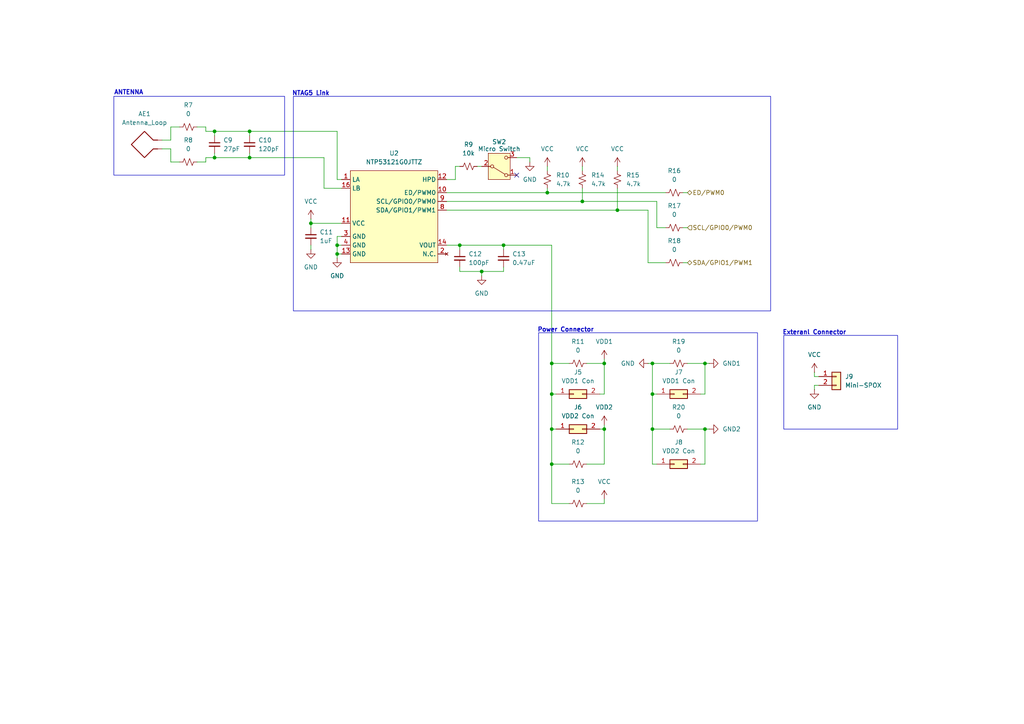
<source format=kicad_sch>
(kicad_sch (version 20231120) (generator "eeschema") (generator_version "8.0")
  (paper "A4")
  (title_block (title "Simple Lock NFC") (date "2024-04-27") (company "MAZE"))
  (lib_symbols
    (symbol "Connector_Generic:Conn_01x02" (pin_names (offset 1.016) hide)
      (property "Reference" "J" (at 0 2.54 0))
      (property "Value" "Conn_01x02" (at 0 -5.08 0))
      (symbol "Conn_01x02_1_1"
        (rectangle (start -1.27 -2.413) (end 0 -2.667) (stroke (width 0.1524)))
        (rectangle (start -1.27 0.127) (end 0 -0.127) (stroke (width 0.1524)))
        (rectangle (start -1.27 1.27) (end 1.27 -3.81) (stroke (width 0.254)) (fill (type background)))
        (pin passive line (at -5.08 0 0) (length 3.81) (name "Pin_1") (number "1"))
        (pin passive line (at -5.08 -2.54 0) (length 3.81) (name "Pin_2") (number "2"))
      )
    )
    (symbol "Connector_Generic:Conn_02x01" (pin_names (offset 1.016) hide)
      (property "Reference" "J" (at 1.27 2.54 0))
      (property "Value" "Conn_02x01" (at 1.27 -2.54 0))
      (symbol "Conn_02x01_1_1"
        (rectangle (start -1.27 0.127) (end 0 -0.127) (stroke (width 0.1524)))
        (rectangle (start -1.27 1.27) (end 3.81 -1.27) (stroke (width 0.254)) (fill (type background)))
        (rectangle (start 3.81 0.127) (end 2.54 -0.127) (stroke (width 0.1524)))
        (pin passive line (at -5.08 0 0) (length 3.81) (name "Pin_1") (number "1"))
        (pin passive line (at 7.62 0 180) (length 3.81) (name "Pin_2") (number "2"))
      )
    )
    (symbol "Device:Antenna_Loop" (pin_numbers hide) (pin_names (offset 1.016) hide)
      (property "Reference" "AE" (at 1.27 6.35 0))
      (property "Value" "Antenna_Loop" (at 1.27 5.08 0))
      (symbol "Antenna_Loop_0_1"
        (polyline (pts (xy 2.54 -3.81) (xy 2.54 -2.54) (xy 5.08 0) (xy 1.27 3.81) (xy -2.54 0) (xy 0 -2.54) (xy 0 -3.81)) (stroke (width 0.254)))
      )
      (symbol "Antenna_Loop_1_1"
        (pin input line (at 0 -5.08 90) (length 2.54) (name "~") (number "1"))
        (pin input line (at 2.54 -5.08 90) (length 2.54) (name "~") (number "2"))
      )
    )
    (symbol "Device:C_Small" (pin_numbers hide) (pin_names (offset 0.254) hide)
      (property "Reference" "C" (at 0.254 1.778 0))
      (property "Value" "C_Small" (at 0.254 -2.032 0))
      (symbol "C_Small_0_1"
        (polyline (pts (xy -1.524 -0.508) (xy 1.524 -0.508)) (stroke (width 0.3302)))
        (polyline (pts (xy -1.524 0.508) (xy 1.524 0.508)) (stroke (width 0.3048)))
      )
      (symbol "C_Small_1_1"
        (pin passive line (at 0 2.54 270) (length 2.032) (name "~") (number "1"))
        (pin passive line (at 0 -2.54 90) (length 2.032) (name "~") (number "2"))
      )
    )
    (symbol "Device:R_Small_US" (pin_numbers hide) (pin_names (offset 0.254) hide)
      (property "Reference" "R" (at 0.762 0.508 0))
      (property "Value" "R_Small_US" (at 0.762 -1.016 0))
      (symbol "R_Small_US_1_1"
        (polyline (pts (xy 0 0) (xy 1.016 -0.381) (xy 0 -0.762) (xy -1.016 -1.143) (xy 0 -1.524)))
        (polyline (pts (xy 0 1.524) (xy 1.016 1.143) (xy 0 0.762) (xy -1.016 0.381) (xy 0 0)))
        (pin passive line (at 0 2.54 270) (length 1.016) (name "~") (number "1"))
        (pin passive line (at 0 -2.54 90) (length 1.016) (name "~") (number "2"))
      )
    )
    (symbol "HS_RF_NFC:NTP53121G0JTTZ"
      (property "Reference" "U" (at 0 0 0))
      (property "Value" "NTP53121G0JTTZ" (at 0 0 0))
      (symbol "NTP53121G0JTTZ_0_0"
        (pin bidirectional line (at 0 -2.54 0) (length 2.54) (name "LA") (number "1"))
        (pin bidirectional line (at 30.48 -6.35 180) (length 2.54) (name "ED/PWM0") (number "10"))
        (pin power_in line (at 0 -15.24 0) (length 2.54) (name "VCC") (number "11"))
        (pin input line (at 30.48 -2.54 180) (length 2.54) (name "HPD") (number "12"))
        (pin power_in line (at 0 -24.13 0) (length 2.54) (name "GND") (number "13"))
        (pin power_out line (at 30.48 -21.59 180) (length 2.54) (name "VOUT") (number "14"))
        (pin no_connect line (at 30.48 -24.13 180) (length 2.54) hide (name "N.C.") (number "15"))
        (pin bidirectional line (at 0 -5.08 0) (length 2.54) (name "LB") (number "16"))
        (pin no_connect line (at 30.48 -24.13 180) (length 2.54) (name "N.C.") (number "2"))
        (pin power_in line (at 0 -19.05 0) (length 2.54) (name "GND") (number "3"))
        (pin power_in line (at 0 -21.59 0) (length 2.54) (name "GND") (number "4"))
        (pin no_connect line (at 30.48 -24.13 180) (length 2.54) hide (name "N.C.") (number "5"))
        (pin no_connect line (at 30.48 -24.13 180) (length 2.54) hide (name "N.C.") (number "6"))
        (pin no_connect line (at 30.48 -24.13 180) (length 2.54) hide (name "N.C.") (number "7"))
        (pin bidirectional line (at 30.48 -11.43 180) (length 2.54) (name "SDA/GPIO1/PWM1") (number "8"))
        (pin bidirectional line (at 30.48 -8.89 180) (length 2.54) (name "SCL/GPIO0/PWM0") (number "9"))
      )
      (symbol "NTP53121G0JTTZ_1_1"
        (rectangle (start 2.54 0) (end 27.94 -26.67) (fill (type background)))
      )
    )
    (symbol "Switch:SW_SPDT" (pin_names (offset 0) hide)
      (property "Reference" "SW" (at 0 5.08 0))
      (property "Value" "SW_SPDT" (at 0 -5.08 0))
      (symbol "SW_SPDT_0_1"
        (circle (center -2.032 0) (radius 0.4572))
        (polyline (pts (xy -1.651 0.254) (xy 1.651 2.286)))
        (circle (center 2.032 -2.54) (radius 0.4572))
        (circle (center 2.032 2.54) (radius 0.4572))
      )
      (symbol "SW_SPDT_1_1"
        (rectangle (start -3.175 3.81) (end 3.175 -3.81) (fill (type background)))
        (pin passive line (at 5.08 2.54 180) (length 2.54) (name "A") (number "1"))
        (pin passive line (at -5.08 0 0) (length 2.54) (name "B") (number "2"))
        (pin passive line (at 5.08 -2.54 180) (length 2.54) (name "C") (number "3"))
      )
    )
    (symbol "power:GND" (power) (pin_numbers hide) (pin_names (offset 0) hide)
      (property "Value" "GND" (at 0 -3.81 0))
      (symbol "GND_0_1"
        (polyline (pts (xy 0 0) (xy 0 -1.27) (xy 1.27 -1.27) (xy 0 -2.54) (xy -1.27 -1.27) (xy 0 -1.27)))
      )
      (symbol "GND_1_1"
        (pin power_in line (at 0 0 270) (length 0) (name "~") (number "1"))
      )
    )
    (symbol "power:GND1" (power) (pin_numbers hide) (pin_names (offset 0) hide)
      (property "Value" "GND1" (at 0 -3.81 0))
      (symbol "GND1_0_1"
        (polyline (pts (xy 0 0) (xy 0 -1.27) (xy 1.27 -1.27) (xy 0 -2.54) (xy -1.27 -1.27) (xy 0 -1.27)))
      )
      (symbol "GND1_1_1"
        (pin power_in line (at 0 0 270) (length 0) (name "~") (number "1"))
      )
    )
    (symbol "power:GND2" (power) (pin_numbers hide) (pin_names (offset 0) hide)
      (property "Value" "GND2" (at 0 -3.81 0))
      (symbol "GND2_0_1"
        (polyline (pts (xy 0 0) (xy 0 -1.27) (xy 1.27 -1.27) (xy 0 -2.54) (xy -1.27 -1.27) (xy 0 -1.27)))
      )
      (symbol "GND2_1_1"
        (pin power_in line (at 0 0 270) (length 0) (name "~") (number "1"))
      )
    )
    (symbol "power:VCC" (power) (pin_numbers hide) (pin_names (offset 0) hide)
      (property "Value" "VCC" (at 0 3.556 0))
      (symbol "VCC_0_1"
        (polyline (pts (xy -0.762 1.27) (xy 0 2.54)))
        (polyline (pts (xy 0 0) (xy 0 2.54)))
        (polyline (pts (xy 0 2.54) (xy 0.762 1.27)))
      )
      (symbol "VCC_1_1"
        (pin power_in line (at 0 0 90) (length 0) (name "~") (number "1"))
      )
    )
    (symbol "power:VDD" (power) (pin_numbers hide) (pin_names (offset 0) hide)
      (property "Value" "VDD" (at 0 3.556 0))
      (symbol "VDD_0_1"
        (polyline (pts (xy -0.762 1.27) (xy 0 2.54)))
        (polyline (pts (xy 0 0) (xy 0 2.54)))
        (polyline (pts (xy 0 2.54) (xy 0.762 1.27)))
      )
      (symbol "VDD_1_1"
        (pin power_in line (at 0 0 90) (length 0) (name "~") (number "1"))
      )
    )
  )
  (junction (at 204.47 124.46))
  (junction (at 62.23 45.72))
  (junction (at 97.79 71.12))
  (junction (at 62.23 38.1))
  (junction (at 160.02 105.41))
  (junction (at 90.17 64.77))
  (junction (at 204.47 105.41))
  (junction (at 168.91 58.42))
  (junction (at 189.23 105.41))
  (junction (at 146.05 71.12))
  (junction (at 189.23 114.3))
  (junction (at 133.35 71.12))
  (junction (at 160.02 124.46))
  (junction (at 179.07 60.96))
  (junction (at 97.79 73.66))
  (junction (at 72.39 45.72))
  (junction (at 160.02 134.62))
  (junction (at 189.23 124.46))
  (junction (at 139.7 78.74))
  (junction (at 160.02 114.3))
  (junction (at 72.39 38.1))
  (junction (at 158.75 55.88))
  (junction (at 175.26 124.46))
  (junction (at 175.26 105.41))
  (no_connect (at 149.86 50.8))
  (wire (pts (xy 204.47 124.46) (xy 204.47 134.62)))
  (wire (pts (xy 59.69 36.83) (xy 59.69 38.1)))
  (wire (pts (xy 189.23 124.46) (xy 189.23 134.62)))
  (wire (pts (xy 170.18 105.41) (xy 175.26 105.41)))
  (wire (pts (xy 93.98 54.61) (xy 93.98 45.72)))
  (wire (pts (xy 146.05 78.74) (xy 139.7 78.74)))
  (wire (pts (xy 173.99 114.3) (xy 175.26 114.3)))
  (wire (pts (xy 204.47 114.3) (xy 204.47 105.41)))
  (wire (pts (xy 97.79 68.58) (xy 97.79 71.12)))
  (wire (pts (xy 179.07 48.26) (xy 179.07 49.53)))
  (wire (pts (xy 158.75 48.26) (xy 158.75 49.53)))
  (wire (pts (xy 175.26 123.19) (xy 175.26 124.46)))
  (wire (pts (xy 236.22 111.76) (xy 236.22 113.03)))
  (wire (pts (xy 52.07 36.83) (xy 49.53 36.83)))
  (wire (pts (xy 175.26 124.46) (xy 175.26 134.62)))
  (wire (pts (xy 132.08 48.26) (xy 132.08 52.07)))
  (wire (pts (xy 90.17 64.77) (xy 90.17 63.5)))
  (wire (pts (xy 97.79 71.12) (xy 99.06 71.12)))
  (wire (pts (xy 160.02 105.41) (xy 160.02 71.12)))
  (wire (pts (xy 133.35 72.39) (xy 133.35 71.12)))
  (wire (pts (xy 72.39 45.72) (xy 72.39 44.45)))
  (wire (pts (xy 57.15 36.83) (xy 59.69 36.83)))
  (wire (pts (xy 99.06 73.66) (xy 97.79 73.66)))
  (wire (pts (xy 46.99 40.64) (xy 49.53 40.64)))
  (wire (pts (xy 236.22 107.95) (xy 236.22 109.22)))
  (wire (pts (xy 139.7 80.01) (xy 139.7 78.74)))
  (wire (pts (xy 189.23 124.46) (xy 189.23 114.3)))
  (wire (pts (xy 97.79 71.12) (xy 97.79 73.66)))
  (wire (pts (xy 90.17 71.12) (xy 90.17 72.39)))
  (wire (pts (xy 138.43 48.26) (xy 139.7 48.26)))
  (wire (pts (xy 193.04 66.04) (xy 190.5 66.04)))
  (wire (pts (xy 193.04 76.2) (xy 187.96 76.2)))
  (wire (pts (xy 46.99 43.18) (xy 49.53 43.18)))
  (wire (pts (xy 153.67 45.72) (xy 153.67 46.99)))
  (wire (pts (xy 199.39 76.2) (xy 198.12 76.2)))
  (wire (pts (xy 168.91 48.26) (xy 168.91 49.53)))
  (wire (pts (xy 158.75 55.88) (xy 193.04 55.88)))
  (wire (pts (xy 165.1 146.05) (xy 160.02 146.05)))
  (wire (pts (xy 129.54 55.88) (xy 158.75 55.88)))
  (wire (pts (xy 203.2 114.3) (xy 204.47 114.3)))
  (wire (pts (xy 190.5 66.04) (xy 190.5 58.42)))
  (wire (pts (xy 129.54 60.96) (xy 179.07 60.96)))
  (wire (pts (xy 187.96 105.41) (xy 189.23 105.41)))
  (wire (pts (xy 189.23 114.3) (xy 189.23 105.41)))
  (wire (pts (xy 62.23 38.1) (xy 62.23 39.37)))
  (wire (pts (xy 97.79 38.1) (xy 72.39 38.1)))
  (wire (pts (xy 175.26 104.14) (xy 175.26 105.41)))
  (wire (pts (xy 99.06 64.77) (xy 90.17 64.77)))
  (wire (pts (xy 93.98 45.72) (xy 72.39 45.72)))
  (wire (pts (xy 199.39 124.46) (xy 204.47 124.46)))
  (wire (pts (xy 59.69 46.99) (xy 59.69 45.72)))
  (wire (pts (xy 175.26 144.78) (xy 175.26 146.05)))
  (wire (pts (xy 146.05 71.12) (xy 160.02 71.12)))
  (wire (pts (xy 160.02 124.46) (xy 161.29 124.46)))
  (wire (pts (xy 199.39 55.88) (xy 198.12 55.88)))
  (wire (pts (xy 170.18 134.62) (xy 175.26 134.62)))
  (wire (pts (xy 194.31 124.46) (xy 189.23 124.46)))
  (wire (pts (xy 160.02 134.62) (xy 160.02 146.05)))
  (wire (pts (xy 99.06 68.58) (xy 97.79 68.58)))
  (wire (pts (xy 59.69 38.1) (xy 62.23 38.1)))
  (wire (pts (xy 236.22 109.22) (xy 237.49 109.22)))
  (wire (pts (xy 129.54 58.42) (xy 168.91 58.42)))
  (wire (pts (xy 187.96 60.96) (xy 179.07 60.96)))
  (wire (pts (xy 160.02 105.41) (xy 165.1 105.41)))
  (wire (pts (xy 59.69 45.72) (xy 62.23 45.72)))
  (wire (pts (xy 204.47 124.46) (xy 205.74 124.46)))
  (wire (pts (xy 160.02 105.41) (xy 160.02 114.3)))
  (wire (pts (xy 72.39 45.72) (xy 62.23 45.72)))
  (wire (pts (xy 129.54 71.12) (xy 133.35 71.12)))
  (wire (pts (xy 133.35 71.12) (xy 146.05 71.12)))
  (wire (pts (xy 99.06 52.07) (xy 97.79 52.07)))
  (wire (pts (xy 160.02 114.3) (xy 160.02 124.46)))
  (wire (pts (xy 133.35 48.26) (xy 132.08 48.26)))
  (wire (pts (xy 90.17 64.77) (xy 90.17 66.04)))
  (wire (pts (xy 204.47 105.41) (xy 205.74 105.41)))
  (wire (pts (xy 168.91 58.42) (xy 168.91 54.61)))
  (wire (pts (xy 149.86 45.72) (xy 153.67 45.72)))
  (wire (pts (xy 62.23 38.1) (xy 72.39 38.1)))
  (wire (pts (xy 187.96 76.2) (xy 187.96 60.96)))
  (wire (pts (xy 133.35 78.74) (xy 133.35 77.47)))
  (wire (pts (xy 189.23 105.41) (xy 194.31 105.41)))
  (wire (pts (xy 99.06 54.61) (xy 93.98 54.61)))
  (wire (pts (xy 97.79 52.07) (xy 97.79 38.1)))
  (wire (pts (xy 72.39 38.1) (xy 72.39 39.37)))
  (wire (pts (xy 203.2 134.62) (xy 204.47 134.62)))
  (wire (pts (xy 160.02 124.46) (xy 160.02 134.62)))
  (wire (pts (xy 52.07 46.99) (xy 49.53 46.99)))
  (wire (pts (xy 237.49 111.76) (xy 236.22 111.76)))
  (wire (pts (xy 173.99 124.46) (xy 175.26 124.46)))
  (wire (pts (xy 199.39 105.41) (xy 204.47 105.41)))
  (wire (pts (xy 57.15 46.99) (xy 59.69 46.99)))
  (wire (pts (xy 190.5 134.62) (xy 189.23 134.62)))
  (wire (pts (xy 190.5 58.42) (xy 168.91 58.42)))
  (wire (pts (xy 158.75 55.88) (xy 158.75 54.61)))
  (wire (pts (xy 179.07 54.61) (xy 179.07 60.96)))
  (wire (pts (xy 160.02 134.62) (xy 165.1 134.62)))
  (wire (pts (xy 146.05 77.47) (xy 146.05 78.74)))
  (wire (pts (xy 139.7 78.74) (xy 133.35 78.74)))
  (wire (pts (xy 49.53 46.99) (xy 49.53 43.18)))
  (wire (pts (xy 62.23 45.72) (xy 62.23 44.45)))
  (wire (pts (xy 97.79 73.66) (xy 97.79 74.93)))
  (wire (pts (xy 146.05 71.12) (xy 146.05 72.39)))
  (wire (pts (xy 132.08 52.07) (xy 129.54 52.07)))
  (wire (pts (xy 175.26 146.05) (xy 170.18 146.05)))
  (wire (pts (xy 190.5 114.3) (xy 189.23 114.3)))
  (wire (pts (xy 175.26 114.3) (xy 175.26 105.41)))
  (wire (pts (xy 199.39 66.04) (xy 198.12 66.04)))
  (wire (pts (xy 160.02 114.3) (xy 161.29 114.3)))
  (wire (pts (xy 49.53 36.83) (xy 49.53 40.64)))
  (rectangle (start 85.09 27.94) (end 223.52 90.17))
  (rectangle (start 33.02 27.94) (end 82.55 50.8))
  (rectangle (start 156.21 96.52) (end 219.71 151.13))
  (rectangle (start 227.33 97.282) (end 260.35 124.46))
  (text "Exteranl Connector" (at 236.22 96.52 0) (effects (font (size 1.27 1.27) (thickness 0.254) (bold yes))))
  (text "ANTENNA" (at 37.338 26.924 0) (effects (font (size 1.27 1.27) (thickness 0.254) (bold yes))))
  (text "Power Connector" (at 164.084 95.758 0) (effects (font (size 1.27 1.27) (thickness 0.254) (bold yes))))
  (text "NTAG5 Link" (at 90.17 27.178 0) (effects (font (size 1.27 1.27) (thickness 0.254) (bold yes))))
  (hierarchical_label "SCL{slash}GPIO0{slash}PWM0" (shape input) (at 199.39 66.04 0))
  (hierarchical_label "SDA{slash}GPIO1{slash}PWM1" (shape bidirectional) (at 199.39 76.2 0))
  (hierarchical_label "ED{slash}PWM0" (shape bidirectional) (at 199.39 55.88 0))
  (symbol (lib_id "Device:R_Small_US") (at 168.91 52.07 0) (unit 1)
    (property "Reference" "R14" (at 171.45 50.7999 0) (effects (justify left)))
    (property "Value" "4.7k" (at 171.45 53.3399 0) (effects (justify left)))
    (property "Footprint" "SMD_HS:0603_1608_R" (effects (hide yes)))
    (property "Description" "Resistor, small US symbol" (effects (hide yes)))
  )
  (symbol (lib_id "power:GND") (at 97.79 74.93 0) (unit 1)
    (property "Reference" "#PWR029" (effects (hide yes)))
    (property "Value" "GND" (at 97.79 80.01 0))
    (property "Description" "Power symbol creates a global label with name \"GND\" , ground" (effects (hide yes)))
  )
  (symbol (lib_id "Device:R_Small_US") (at 195.58 76.2 90) (unit 1)
    (property "Reference" "R18" (at 195.58 69.85 90))
    (property "Value" "0" (at 195.58 72.39 90))
    (property "Footprint" "SMD_HS:0603_1608_R" (effects (hide yes)))
    (property "Description" "Resistor, small US symbol" (effects (hide yes)))
  )
  (symbol (lib_id "Connector_Generic:Conn_02x01") (at 195.58 134.62 0) (unit 1)
    (property "Reference" "J8" (at 196.85 128.27 0))
    (property "Value" "VDD2 Con" (at 196.85 130.81 0))
    (property "Footprint" "Connector_HS:PinHeader_1x02_P2.54mm" (effects (hide yes)))
    (property "Description" "Generic connector, double row, 02x01, this symbol is compatible with counter-clockwise, top-bottom and odd-even numbering schemes., script generated (kicad-library-utils/schlib/autogen/connector/)" (effects (hide yes)))
  )
  (symbol (lib_id "Connector_Generic:Conn_02x01") (at 166.37 124.46 0) (unit 1)
    (property "Reference" "J6" (at 167.64 118.11 0))
    (property "Value" "VDD2 Con" (at 167.64 120.65 0))
    (property "Footprint" "Connector_HS:PinHeader_1x02_P2.54mm" (effects (hide yes)))
    (property "Description" "Generic connector, double row, 02x01, this symbol is compatible with counter-clockwise, top-bottom and odd-even numbering schemes., script generated (kicad-library-utils/schlib/autogen/connector/)" (effects (hide yes)))
  )
  (symbol (lib_id "Connector_Generic:Conn_01x02") (at 242.57 109.22 0) (unit 1)
    (property "Reference" "J9" (at 245.11 109.2199 0) (effects (justify left)))
    (property "Value" "Mini-SPOX" (at 245.11 111.7599 0) (effects (justify left)))
    (property "Footprint" "Connector_HS:5267-02A" (effects (hide yes)))
    (property "Description" "Generic connector, single row, 01x02, script generated (kicad-library-utils/schlib/autogen/connector/)" (effects (hide yes)))
  )
  (symbol (lib_id "Device:R_Small_US") (at 195.58 55.88 90) (unit 1)
    (property "Reference" "R16" (at 195.58 49.53 90))
    (property "Value" "0" (at 195.58 52.07 90))
    (property "Footprint" "SMD_HS:0603_1608_R" (effects (hide yes)))
    (property "Description" "Resistor, small US symbol" (effects (hide yes)))
  )
  (symbol (lib_id "Connector_Generic:Conn_02x01") (at 195.58 114.3 0) (unit 1)
    (property "Reference" "J7" (at 196.85 107.95 0))
    (property "Value" "VDD1 Con" (at 196.85 110.49 0))
    (property "Footprint" "Connector_HS:PinHeader_1x02_P2.54mm" (effects (hide yes)))
    (property "Description" "Generic connector, double row, 02x01, this symbol is compatible with counter-clockwise, top-bottom and odd-even numbering schemes., script generated (kicad-library-utils/schlib/autogen/connector/)" (effects (hide yes)))
  )
  (symbol (lib_id "Connector_Generic:Conn_02x01") (at 166.37 114.3 0) (unit 1)
    (property "Reference" "J5" (at 167.64 107.95 0))
    (property "Value" "VDD1 Con" (at 167.64 110.49 0))
    (property "Footprint" "Connector_HS:PinHeader_1x02_P2.54mm" (effects (hide yes)))
    (property "Description" "Generic connector, double row, 02x01, this symbol is compatible with counter-clockwise, top-bottom and odd-even numbering schemes., script generated (kicad-library-utils/schlib/autogen/connector/)" (effects (hide yes)))
  )
  (symbol (lib_id "power:GND") (at 90.17 72.39 0) (unit 1)
    (property "Reference" "#PWR028" (effects (hide yes)))
    (property "Value" "GND" (at 90.17 77.47 0))
    (property "Description" "Power symbol creates a global label with name \"GND\" , ground" (effects (hide yes)))
  )
  (symbol (lib_id "Device:R_Small_US") (at 135.89 48.26 270) (unit 1)
    (property "Reference" "R9" (at 135.89 41.91 90))
    (property "Value" "10k" (at 135.89 44.45 90))
    (property "Footprint" "SMD_HS:0603_1608_R" (effects (hide yes)))
    (property "Description" "Resistor, small US symbol" (effects (hide yes)))
  )
  (symbol (lib_id "power:VCC") (at 179.07 48.26 0) (unit 1)
    (property "Reference" "#PWR037" (effects (hide yes)))
    (property "Value" "VCC" (at 179.07 43.18 0))
    (property "Description" "Power symbol creates a global label with name \"VCC\"" (effects (hide yes)))
  )
  (symbol (lib_id "power:VDD") (at 175.26 123.19 0) (unit 1)
    (property "Reference" "#PWR035" (effects (hide yes)))
    (property "Value" "VDD2" (at 175.26 118.11 0))
    (property "Description" "Power symbol creates a global label with name \"VDD\"" (effects (hide yes)))
  )
  (symbol (lib_id "power:GND") (at 153.67 46.99 0) (unit 1)
    (property "Reference" "#PWR031" (effects (hide yes)))
    (property "Value" "GND" (at 153.67 52.07 0))
    (property "Description" "Power symbol creates a global label with name \"GND\" , ground" (effects (hide yes)))
  )
  (symbol (lib_id "Device:Antenna_Loop") (at 41.91 43.18 90) (unit 1)
    (property "Reference" "AE1" (at 41.91 33.02 90))
    (property "Value" "Antenna_Loop" (at 41.91 35.56 90))
    (property "Footprint" "Simple_Lock:Antenna_54x27mm" (effects (hide yes)))
    (property "Description" "Loop antenna" (effects (hide yes)))
  )
  (symbol (lib_id "Device:R_Small_US") (at 196.85 105.41 90) (unit 1)
    (property "Reference" "R19" (at 196.85 99.06 90))
    (property "Value" "0" (at 196.85 101.6 90))
    (property "Footprint" "SMD_HS:0603_1608_R" (effects (hide yes)))
    (property "Description" "Resistor, small US symbol" (effects (hide yes)))
  )
  (symbol (lib_id "Switch:SW_SPDT") (at 144.78 48.26 0) (mirror x) (unit 1)
    (property "Reference" "SW2" (at 144.78 41.148 0))
    (property "Value" "Micro Switch" (at 144.78 43.18 0))
    (property "Footprint" "Simple_Lock:Reset Switch" (effects (hide yes)))
    (property "Description" "Switch, single pole double throw" (effects (hide yes)))
  )
  (symbol (lib_id "power:VCC") (at 168.91 48.26 0) (unit 1)
    (property "Reference" "#PWR033" (effects (hide yes)))
    (property "Value" "VCC" (at 168.91 43.18 0))
    (property "Description" "Power symbol creates a global label with name \"VCC\"" (effects (hide yes)))
  )
  (symbol (lib_id "Device:C_Small") (at 62.23 41.91 0) (unit 1)
    (property "Reference" "C9" (at 64.77 40.6462 0) (effects (justify left)))
    (property "Value" "27pF" (at 64.77 43.1862 0) (effects (justify left)))
    (property "Footprint" "SMD_HS:0603_1608_C" (effects (hide yes)))
    (property "Description" "Unpolarized capacitor, small symbol" (effects (hide yes)))
  )
  (symbol (lib_id "Device:R_Small_US") (at 195.58 66.04 90) (unit 1)
    (property "Reference" "R17" (at 195.58 59.69 90))
    (property "Value" "0" (at 195.58 62.23 90))
    (property "Footprint" "SMD_HS:0603_1608_R" (effects (hide yes)))
    (property "Description" "Resistor, small US symbol" (effects (hide yes)))
  )
  (symbol (lib_id "power:VCC") (at 175.26 144.78 0) (unit 1)
    (property "Reference" "#PWR036" (effects (hide yes)))
    (property "Value" "VCC" (at 175.26 139.7 0))
    (property "Description" "Power symbol creates a global label with name \"VCC\"" (effects (hide yes)))
  )
  (symbol (lib_id "power:GND") (at 187.96 105.41 270) (unit 1)
    (property "Reference" "#PWR038" (effects (hide yes)))
    (property "Value" "GND" (at 184.15 105.4099 90) (effects (justify right)))
    (property "Description" "Power symbol creates a global label with name \"GND\" , ground" (effects (hide yes)))
  )
  (symbol (lib_id "Device:R_Small_US") (at 54.61 36.83 270) (unit 1)
    (property "Reference" "R7" (at 54.61 30.48 90))
    (property "Value" "0" (at 54.61 33.02 90))
    (property "Footprint" "SMD_HS:0603_1608_R" (effects (hide yes)))
    (property "Description" "Resistor, small US symbol" (effects (hide yes)))
  )
  (symbol (lib_id "Device:C_Small") (at 146.05 74.93 0) (unit 1)
    (property "Reference" "C13" (at 148.59 73.6662 0) (effects (justify left)))
    (property "Value" "0.47uF" (at 148.59 76.2062 0) (effects (justify left)))
    (property "Footprint" "SMD_HS:0603_1608_C" (effects (hide yes)))
    (property "Description" "Unpolarized capacitor, small symbol" (effects (hide yes)))
  )
  (symbol (lib_id "HS_RF_NFC:NTP53121G0JTTZ") (at 99.06 49.53 0) (unit 1)
    (property "Reference" "U2" (at 114.3 44.45 0))
    (property "Value" "NTP53121G0JTTZ" (at 114.3 46.99 0))
    (property "Footprint" "Package_TO_SOT_SMD_HS:SOT403-1" (effects (hide yes)))
    (property "Datasheet" "https://www.nxp.com/docs/en/data-sheet/NTP53x2.pdf" (effects (hide yes)))
  )
  (symbol (lib_id "Device:C_Small") (at 90.17 68.58 0) (unit 1)
    (property "Reference" "C11" (at 92.71 67.3162 0) (effects (justify left)))
    (property "Value" "1uF" (at 92.71 69.8562 0) (effects (justify left)))
    (property "Footprint" "SMD_HS:0603_1608_C" (effects (hide yes)))
    (property "Description" "Unpolarized capacitor, small symbol" (effects (hide yes)))
  )
  (symbol (lib_id "power:VCC") (at 158.75 48.26 0) (unit 1)
    (property "Reference" "#PWR032" (effects (hide yes)))
    (property "Value" "VCC" (at 158.75 43.18 0))
    (property "Description" "Power symbol creates a global label with name \"VCC\"" (effects (hide yes)))
  )
  (symbol (lib_id "power:GND") (at 236.22 113.03 0) (unit 1)
    (property "Reference" "#PWR042" (effects (hide yes)))
    (property "Value" "GND" (at 236.22 118.11 0))
    (property "Description" "Power symbol creates a global label with name \"GND\" , ground" (effects (hide yes)))
  )
  (symbol (lib_id "power:GND1") (at 205.74 105.41 90) (unit 1)
    (property "Reference" "#PWR039" (effects (hide yes)))
    (property "Value" "GND1" (at 209.55 105.4099 90) (effects (justify right)))
    (property "Description" "Power symbol creates a global label with name \"GND1\" , ground" (effects (hide yes)))
  )
  (symbol (lib_id "power:VCC") (at 236.22 107.95 0) (unit 1)
    (property "Reference" "#PWR041" (effects (hide yes)))
    (property "Value" "VCC" (at 236.22 102.87 0))
    (property "Description" "Power symbol creates a global label with name \"VCC\"" (effects (hide yes)))
  )
  (symbol (lib_id "Device:C_Small") (at 72.39 41.91 0) (unit 1)
    (property "Reference" "C10" (at 74.93 40.6462 0) (effects (justify left)))
    (property "Value" "120pF" (at 74.93 43.1862 0) (effects (justify left)))
    (property "Footprint" "SMD_HS:0603_1608_C" (effects (hide yes)))
    (property "Description" "Unpolarized capacitor, small symbol" (effects (hide yes)))
  )
  (symbol (lib_id "Device:R_Small_US") (at 167.64 134.62 90) (unit 1)
    (property "Reference" "R12" (at 167.64 128.27 90))
    (property "Value" "0" (at 167.64 130.81 90))
    (property "Footprint" "SMD_HS:0603_1608_R" (effects (hide yes)))
    (property "Description" "Resistor, small US symbol" (effects (hide yes)))
  )
  (symbol (lib_id "Device:R_Small_US") (at 167.64 105.41 90) (unit 1)
    (property "Reference" "R11" (at 167.64 99.06 90))
    (property "Value" "0" (at 167.64 101.6 90))
    (property "Footprint" "SMD_HS:0603_1608_R" (effects (hide yes)))
    (property "Description" "Resistor, small US symbol" (effects (hide yes)))
  )
  (symbol (lib_id "Device:R_Small_US") (at 158.75 52.07 0) (unit 1)
    (property "Reference" "R10" (at 161.29 50.7999 0) (effects (justify left)))
    (property "Value" "4.7k" (at 161.29 53.3399 0) (effects (justify left)))
    (property "Footprint" "SMD_HS:0603_1608_R" (effects (hide yes)))
    (property "Description" "Resistor, small US symbol" (effects (hide yes)))
  )
  (symbol (lib_id "Device:R_Small_US") (at 54.61 46.99 270) (unit 1)
    (property "Reference" "R8" (at 54.61 40.64 90))
    (property "Value" "0" (at 54.61 43.18 90))
    (property "Footprint" "SMD_HS:0603_1608_R" (effects (hide yes)))
    (property "Description" "Resistor, small US symbol" (effects (hide yes)))
  )
  (symbol (lib_id "Device:R_Small_US") (at 196.85 124.46 90) (unit 1)
    (property "Reference" "R20" (at 196.85 118.11 90))
    (property "Value" "0" (at 196.85 120.65 90))
    (property "Footprint" "SMD_HS:0603_1608_R" (effects (hide yes)))
    (property "Description" "Resistor, small US symbol" (effects (hide yes)))
  )
  (symbol (lib_id "power:VCC") (at 90.17 63.5 0) (unit 1)
    (property "Reference" "#PWR027" (effects (hide yes)))
    (property "Value" "VCC" (at 90.17 58.42 0))
    (property "Description" "Power symbol creates a global label with name \"VCC\"" (effects (hide yes)))
  )
  (symbol (lib_id "Device:R_Small_US") (at 179.07 52.07 0) (unit 1)
    (property "Reference" "R15" (at 181.61 50.7999 0) (effects (justify left)))
    (property "Value" "4.7k" (at 181.61 53.3399 0) (effects (justify left)))
    (property "Footprint" "SMD_HS:0603_1608_R" (effects (hide yes)))
    (property "Description" "Resistor, small US symbol" (effects (hide yes)))
  )
  (symbol (lib_id "power:VDD") (at 175.26 104.14 0) (unit 1)
    (property "Reference" "#PWR034" (effects (hide yes)))
    (property "Value" "VDD1" (at 175.26 99.06 0))
    (property "Description" "Power symbol creates a global label with name \"VDD\"" (effects (hide yes)))
  )
  (symbol (lib_id "power:GND2") (at 205.74 124.46 90) (unit 1)
    (property "Reference" "#PWR040" (effects (hide yes)))
    (property "Value" "GND2" (at 209.55 124.4599 90) (effects (justify right)))
    (property "Description" "Power symbol creates a global label with name \"GND2\" , ground" (effects (hide yes)))
  )
  (symbol (lib_id "Device:R_Small_US") (at 167.64 146.05 90) (unit 1)
    (property "Reference" "R13" (at 167.64 139.7 90))
    (property "Value" "0" (at 167.64 142.24 90))
    (property "Footprint" "SMD_HS:0603_1608_R" (effects (hide yes)))
    (property "Description" "Resistor, small US symbol" (effects (hide yes)))
  )
  (symbol (lib_id "power:GND") (at 139.7 80.01 0) (unit 1)
    (property "Reference" "#PWR030" (effects (hide yes)))
    (property "Value" "GND" (at 139.7 85.09 0))
    (property "Description" "Power symbol creates a global label with name \"GND\" , ground" (effects (hide yes)))
  )
  (symbol (lib_id "Device:C_Small") (at 133.35 74.93 0) (unit 1)
    (property "Reference" "C12" (at 135.89 73.6662 0) (effects (justify left)))
    (property "Value" "100pF" (at 135.89 76.2062 0) (effects (justify left)))
    (property "Footprint" "SMD_HS:0603_1608_C" (effects (hide yes)))
    (property "Description" "Unpolarized capacitor, small symbol" (effects (hide yes)))
  )
)
</source>
